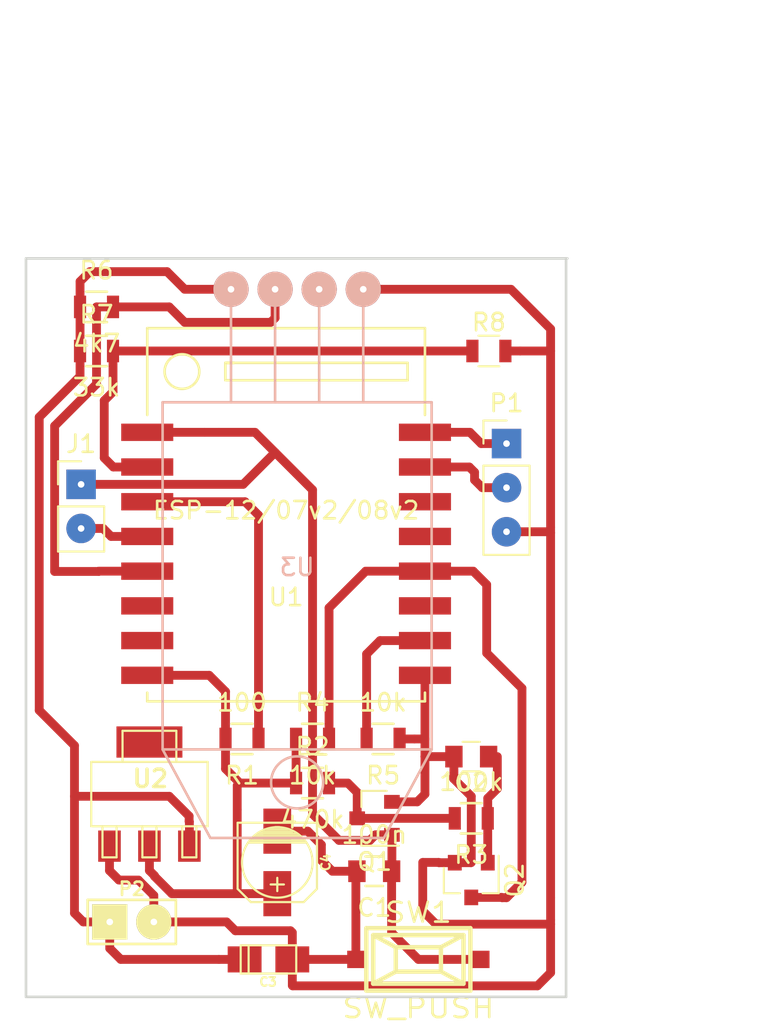
<source format=kicad_pcb>
(kicad_pcb (version 20171130) (host pcbnew no-vcs-found-bf44d39~61~ubuntu17.10.1)

  (general
    (thickness 1.6)
    (drawings 6)
    (tracks 173)
    (zones 0)
    (modules 21)
    (nets 20)
  )

  (page A4)
  (layers
    (0 F.Cu signal)
    (31 B.Cu signal)
    (32 B.Adhes user)
    (33 F.Adhes user)
    (34 B.Paste user)
    (35 F.Paste user)
    (36 B.SilkS user)
    (37 F.SilkS user)
    (38 B.Mask user)
    (39 F.Mask user)
    (40 Dwgs.User user)
    (41 Cmts.User user)
    (42 Eco1.User user)
    (43 Eco2.User user)
    (44 Edge.Cuts user)
    (45 Margin user)
    (46 B.CrtYd user)
    (47 F.CrtYd user)
    (48 B.Fab user)
    (49 F.Fab user)
  )

  (setup
    (last_trace_width 0.508)
    (user_trace_width 0.508)
    (user_trace_width 0.635)
    (user_trace_width 0.762)
    (trace_clearance 0.2)
    (zone_clearance 0.508)
    (zone_45_only no)
    (trace_min 0.2)
    (segment_width 0.2)
    (edge_width 0.15)
    (via_size 0.6)
    (via_drill 0.4)
    (via_min_size 0.4)
    (via_min_drill 0.3)
    (uvia_size 0.3)
    (uvia_drill 0.1)
    (uvias_allowed no)
    (uvia_min_size 0)
    (uvia_min_drill 0)
    (pcb_text_width 0.3)
    (pcb_text_size 1.5 1.5)
    (mod_edge_width 0.15)
    (mod_text_size 1 1)
    (mod_text_width 0.15)
    (pad_size 1.7 1.7)
    (pad_drill 0.381)
    (pad_to_mask_clearance 0.2)
    (aux_axis_origin 0 0)
    (grid_origin 134.874 101.092)
    (visible_elements 7FFFFFFF)
    (pcbplotparams
      (layerselection 0x00000_00000001)
      (usegerberextensions false)
      (usegerberattributes false)
      (usegerberadvancedattributes false)
      (creategerberjobfile false)
      (excludeedgelayer false)
      (linewidth 0.100000)
      (plotframeref false)
      (viasonmask false)
      (mode 1)
      (useauxorigin false)
      (hpglpennumber 1)
      (hpglpenspeed 20)
      (hpglpendiameter 15)
      (psnegative false)
      (psa4output false)
      (plotreference true)
      (plotvalue true)
      (plotinvisibletext false)
      (padsonsilk false)
      (subtractmaskfromsilk false)
      (outputformat 5)
      (mirror false)
      (drillshape 2)
      (scaleselection 1)
      (outputdirectory ""))
  )

  (net 0 "")
  (net 1 GND)
  (net 2 "Net-(C2-Pad1)")
  (net 3 "Net-(P1-Pad1)")
  (net 4 "Net-(P1-Pad2)")
  (net 5 "Net-(Q1-Pad3)")
  (net 6 "Net-(Q2-Pad3)")
  (net 7 "Net-(R1-Pad1)")
  (net 8 +3V3)
  (net 9 "Net-(R5-Pad2)")
  (net 10 "Net-(U1-Pad6)")
  (net 11 "Net-(U1-Pad7)")
  (net 12 "Net-(U1-Pad11)")
  (net 13 "Net-(U1-Pad13)")
  (net 14 "Net-(U1-Pad14)")
  (net 15 +5V)
  (net 16 /RESET)
  (net 17 /DHT)
  (net 18 "Net-(J1-Pad2)")
  (net 19 /ADC)

  (net_class Default "This is the default net class."
    (clearance 0.2)
    (trace_width 0.25)
    (via_dia 0.6)
    (via_drill 0.4)
    (uvia_dia 0.3)
    (uvia_drill 0.1)
    (add_net +3V3)
    (add_net +5V)
    (add_net /ADC)
    (add_net /DHT)
    (add_net /RESET)
    (add_net GND)
    (add_net "Net-(C2-Pad1)")
    (add_net "Net-(J1-Pad2)")
    (add_net "Net-(P1-Pad1)")
    (add_net "Net-(P1-Pad2)")
    (add_net "Net-(Q1-Pad3)")
    (add_net "Net-(Q2-Pad3)")
    (add_net "Net-(R1-Pad1)")
    (add_net "Net-(R5-Pad2)")
    (add_net "Net-(U1-Pad11)")
    (add_net "Net-(U1-Pad13)")
    (add_net "Net-(U1-Pad14)")
    (add_net "Net-(U1-Pad6)")
    (add_net "Net-(U1-Pad7)")
  )

  (module DHT22:ESP-07v2 (layer F.Cu) (tedit 5A5141A2) (tstamp 5A51A737)
    (at 121.92 76.2)
    (path /56AE0F19)
    (fp_text reference U1 (at 0 2.5) (layer F.SilkS)
      (effects (font (size 1 1) (thickness 0.15)))
    )
    (fp_text value ESP-12/07v2/08v2 (at 0 -2.5) (layer F.SilkS)
      (effects (font (size 1 1) (thickness 0.15)))
    )
    (fp_line (start -3.5 -11) (end 7 -11) (layer F.SilkS) (width 0.15))
    (fp_line (start 7 -11) (end 7 -10) (layer F.SilkS) (width 0.15))
    (fp_line (start 7 -10) (end -3.5 -10) (layer F.SilkS) (width 0.15))
    (fp_line (start -3.5 -10) (end -3.5 -11) (layer F.SilkS) (width 0.15))
    (fp_line (start -3.5 -11) (end -3 -11) (layer F.SilkS) (width 0.15))
    (fp_line (start -3 -11) (end -3.5 -11) (layer F.SilkS) (width 0.15))
    (fp_line (start -3.5 -11) (end -3 -11) (layer F.SilkS) (width 0.15))
    (fp_circle (center -6 -10.5) (end -6 -9.5) (layer F.SilkS) (width 0.15))
    (fp_line (start -8 -8) (end -8 -13) (layer F.SilkS) (width 0.15))
    (fp_line (start -8 -13) (end 8 -13) (layer F.SilkS) (width 0.15))
    (fp_line (start 8 -13) (end 8 -8) (layer F.SilkS) (width 0.15))
    (fp_line (start -8 8) (end -8 8.5) (layer F.SilkS) (width 0.15))
    (fp_line (start -8 8.5) (end 8 8.5) (layer F.SilkS) (width 0.15))
    (fp_line (start 8 8.5) (end 8 8) (layer F.SilkS) (width 0.15))
    (pad 1 smd rect (at -8 -7) (size 3 1) (layers F.Cu F.Paste F.Mask)
      (net 16 /RESET))
    (pad 2 smd rect (at -8 -5) (size 3 1) (layers F.Cu F.Paste F.Mask)
      (net 19 /ADC))
    (pad 3 smd rect (at -8 -3) (size 3 1) (layers F.Cu F.Paste F.Mask)
      (net 7 "Net-(R1-Pad1)"))
    (pad 4 smd rect (at -8 -1) (size 3 1) (layers F.Cu F.Paste F.Mask)
      (net 18 "Net-(J1-Pad2)"))
    (pad 5 smd rect (at -8 1) (size 3 1) (layers F.Cu F.Paste F.Mask)
      (net 17 /DHT))
    (pad 6 smd rect (at -8 3) (size 3 1) (layers F.Cu F.Paste F.Mask)
      (net 10 "Net-(U1-Pad6)"))
    (pad 7 smd rect (at -8 5) (size 3 1) (layers F.Cu F.Paste F.Mask)
      (net 11 "Net-(U1-Pad7)"))
    (pad 8 smd rect (at -8 7) (size 3 1) (layers F.Cu F.Paste F.Mask)
      (net 8 +3V3))
    (pad 9 smd rect (at 8 7) (size 3 1) (layers F.Cu F.Paste F.Mask)
      (net 1 GND))
    (pad 10 smd rect (at 8 5) (size 3 1) (layers F.Cu F.Paste F.Mask)
      (net 9 "Net-(R5-Pad2)"))
    (pad 11 smd rect (at 8 3) (size 3 1) (layers F.Cu F.Paste F.Mask)
      (net 12 "Net-(U1-Pad11)"))
    (pad 12 smd rect (at 8 1) (size 3 1) (layers F.Cu F.Paste F.Mask)
      (net 6 "Net-(Q2-Pad3)"))
    (pad 13 smd rect (at 8 -1) (size 3 1) (layers F.Cu F.Paste F.Mask)
      (net 13 "Net-(U1-Pad13)"))
    (pad 14 smd rect (at 8 -3) (size 3 1) (layers F.Cu F.Paste F.Mask)
      (net 14 "Net-(U1-Pad14)"))
    (pad 15 smd rect (at 8 -5) (size 3 1) (layers F.Cu F.Paste F.Mask)
      (net 4 "Net-(P1-Pad2)"))
    (pad 16 smd rect (at 8 -7) (size 3 1) (layers F.Cu F.Paste F.Mask)
      (net 3 "Net-(P1-Pad1)"))
    (model ${KIPRJMOD}/esp07.wrl
      (offset (xyz 0 2.1 0))
      (scale (xyz 0.4 0.395 0.4))
      (rotate (xyz 0 0 0))
    )
  )

  (module TO_SOT_Packages_SMD:SOT-23 (layer F.Cu) (tedit 58CE4E7E) (tstamp 5A519AC2)
    (at 132.588 94.996 270)
    (descr "SOT-23, Standard")
    (tags SOT-23)
    (path /56AE1B25)
    (attr smd)
    (fp_text reference Q2 (at 0 -2.5 270) (layer F.SilkS)
      (effects (font (size 1 1) (thickness 0.15)))
    )
    (fp_text value BSS138 (at 0 2.5 270) (layer F.Fab)
      (effects (font (size 1 1) (thickness 0.15)))
    )
    (fp_text user %R (at 0 0) (layer F.Fab)
      (effects (font (size 0.5 0.5) (thickness 0.075)))
    )
    (fp_line (start -0.7 -0.95) (end -0.7 1.5) (layer F.Fab) (width 0.1))
    (fp_line (start -0.15 -1.52) (end 0.7 -1.52) (layer F.Fab) (width 0.1))
    (fp_line (start -0.7 -0.95) (end -0.15 -1.52) (layer F.Fab) (width 0.1))
    (fp_line (start 0.7 -1.52) (end 0.7 1.52) (layer F.Fab) (width 0.1))
    (fp_line (start -0.7 1.52) (end 0.7 1.52) (layer F.Fab) (width 0.1))
    (fp_line (start 0.76 1.58) (end 0.76 0.65) (layer F.SilkS) (width 0.12))
    (fp_line (start 0.76 -1.58) (end 0.76 -0.65) (layer F.SilkS) (width 0.12))
    (fp_line (start -1.7 -1.75) (end 1.7 -1.75) (layer F.CrtYd) (width 0.05))
    (fp_line (start 1.7 -1.75) (end 1.7 1.75) (layer F.CrtYd) (width 0.05))
    (fp_line (start 1.7 1.75) (end -1.7 1.75) (layer F.CrtYd) (width 0.05))
    (fp_line (start -1.7 1.75) (end -1.7 -1.75) (layer F.CrtYd) (width 0.05))
    (fp_line (start 0.76 -1.58) (end -1.4 -1.58) (layer F.SilkS) (width 0.12))
    (fp_line (start 0.76 1.58) (end -0.7 1.58) (layer F.SilkS) (width 0.12))
    (pad 1 smd rect (at -1 -0.95 270) (size 0.9 0.8) (layers F.Cu F.Paste F.Mask)
      (net 2 "Net-(C2-Pad1)"))
    (pad 2 smd rect (at -1 0.95 270) (size 0.9 0.8) (layers F.Cu F.Paste F.Mask)
      (net 1 GND))
    (pad 3 smd rect (at 1 0 270) (size 0.9 0.8) (layers F.Cu F.Paste F.Mask)
      (net 6 "Net-(Q2-Pad3)"))
    (model ${KISYS3DMOD}/TO_SOT_Packages_SMD.3dshapes/SOT-23.wrl
      (at (xyz 0 0 0))
      (scale (xyz 1 1 1))
      (rotate (xyz 0 0 0))
    )
  )

  (module TO_SOT_Packages_SMD:SOT-23 (layer F.Cu) (tedit 58CE4E7E) (tstamp 5A519AAE)
    (at 127.016 91.44 180)
    (descr "SOT-23, Standard")
    (tags SOT-23)
    (path /56AE0FE9)
    (attr smd)
    (fp_text reference Q1 (at 0 -2.5 180) (layer F.SilkS)
      (effects (font (size 1 1) (thickness 0.15)))
    )
    (fp_text value BSS138 (at 0 2.5 180) (layer F.Fab)
      (effects (font (size 1 1) (thickness 0.15)))
    )
    (fp_line (start 0.76 1.58) (end -0.7 1.58) (layer F.SilkS) (width 0.12))
    (fp_line (start 0.76 -1.58) (end -1.4 -1.58) (layer F.SilkS) (width 0.12))
    (fp_line (start -1.7 1.75) (end -1.7 -1.75) (layer F.CrtYd) (width 0.05))
    (fp_line (start 1.7 1.75) (end -1.7 1.75) (layer F.CrtYd) (width 0.05))
    (fp_line (start 1.7 -1.75) (end 1.7 1.75) (layer F.CrtYd) (width 0.05))
    (fp_line (start -1.7 -1.75) (end 1.7 -1.75) (layer F.CrtYd) (width 0.05))
    (fp_line (start 0.76 -1.58) (end 0.76 -0.65) (layer F.SilkS) (width 0.12))
    (fp_line (start 0.76 1.58) (end 0.76 0.65) (layer F.SilkS) (width 0.12))
    (fp_line (start -0.7 1.52) (end 0.7 1.52) (layer F.Fab) (width 0.1))
    (fp_line (start 0.7 -1.52) (end 0.7 1.52) (layer F.Fab) (width 0.1))
    (fp_line (start -0.7 -0.95) (end -0.15 -1.52) (layer F.Fab) (width 0.1))
    (fp_line (start -0.15 -1.52) (end 0.7 -1.52) (layer F.Fab) (width 0.1))
    (fp_line (start -0.7 -0.95) (end -0.7 1.5) (layer F.Fab) (width 0.1))
    (fp_text user %R (at 0 0 270) (layer F.Fab)
      (effects (font (size 0.5 0.5) (thickness 0.075)))
    )
    (pad 3 smd rect (at 1 0 180) (size 0.9 0.8) (layers F.Cu F.Paste F.Mask)
      (net 5 "Net-(Q1-Pad3)"))
    (pad 2 smd rect (at -1 0.95 180) (size 0.9 0.8) (layers F.Cu F.Paste F.Mask)
      (net 1 GND))
    (pad 1 smd rect (at -1 -0.95 180) (size 0.9 0.8) (layers F.Cu F.Paste F.Mask)
      (net 16 /RESET))
    (model ${KISYS3DMOD}/TO_SOT_Packages_SMD.3dshapes/SOT-23.wrl
      (at (xyz 0 0 0))
      (scale (xyz 1 1 1))
      (rotate (xyz 0 0 0))
    )
  )

  (module Pin_Headers:Pin_Header_Straight_1x02_Pitch2.54mm (layer F.Cu) (tedit 5A512101) (tstamp 5A51822C)
    (at 110.109 72.1995)
    (descr "Through hole straight pin header, 1x02, 2.54mm pitch, single row")
    (tags "Through hole pin header THT 1x02 2.54mm single row")
    (path /5A525621)
    (fp_text reference J1 (at 0 -2.33) (layer F.SilkS)
      (effects (font (size 1 1) (thickness 0.15)))
    )
    (fp_text value Conn_01x02 (at 0 4.87) (layer F.Fab)
      (effects (font (size 1 1) (thickness 0.15)))
    )
    (fp_text user %R (at 0 1.27 90) (layer F.Fab)
      (effects (font (size 1 1) (thickness 0.15)))
    )
    (fp_line (start 1.8 -1.8) (end -1.8 -1.8) (layer F.CrtYd) (width 0.05))
    (fp_line (start 1.8 4.35) (end 1.8 -1.8) (layer F.CrtYd) (width 0.05))
    (fp_line (start -1.8 4.35) (end 1.8 4.35) (layer F.CrtYd) (width 0.05))
    (fp_line (start -1.8 -1.8) (end -1.8 4.35) (layer F.CrtYd) (width 0.05))
    (fp_line (start -1.33 -1.33) (end 0 -1.33) (layer F.SilkS) (width 0.12))
    (fp_line (start -1.33 0) (end -1.33 -1.33) (layer F.SilkS) (width 0.12))
    (fp_line (start -1.33 1.27) (end 1.33 1.27) (layer F.SilkS) (width 0.12))
    (fp_line (start 1.33 1.27) (end 1.33 3.87) (layer F.SilkS) (width 0.12))
    (fp_line (start -1.33 1.27) (end -1.33 3.87) (layer F.SilkS) (width 0.12))
    (fp_line (start -1.33 3.87) (end 1.33 3.87) (layer F.SilkS) (width 0.12))
    (fp_line (start -1.27 -0.635) (end -0.635 -1.27) (layer F.Fab) (width 0.1))
    (fp_line (start -1.27 3.81) (end -1.27 -0.635) (layer F.Fab) (width 0.1))
    (fp_line (start 1.27 3.81) (end -1.27 3.81) (layer F.Fab) (width 0.1))
    (fp_line (start 1.27 -1.27) (end 1.27 3.81) (layer F.Fab) (width 0.1))
    (fp_line (start -0.635 -1.27) (end 1.27 -1.27) (layer F.Fab) (width 0.1))
    (pad 2 thru_hole oval (at 0 2.54) (size 1.7 1.7) (drill 0.381) (layers *.Cu *.Mask)
      (net 18 "Net-(J1-Pad2)"))
    (pad 1 thru_hole rect (at 0 0) (size 1.7 1.7) (drill 0.381) (layers *.Cu *.Mask)
      (net 16 /RESET))
    (model ${KISYS3DMOD}/Pin_Headers.3dshapes/Pin_Header_Straight_1x02_Pitch2.54mm.wrl
      (at (xyz 0 0 0))
      (scale (xyz 1 1 1))
      (rotate (xyz 0 0 0))
    )
  )

  (module Pin_Headers:Pin_Header_Straight_1x03_Pitch2.54mm (layer F.Cu) (tedit 5A5120E1) (tstamp 5A517C09)
    (at 134.62 69.85)
    (descr "Through hole straight pin header, 1x03, 2.54mm pitch, single row")
    (tags "Through hole pin header THT 1x03 2.54mm single row")
    (path /56AE3E9D)
    (fp_text reference P1 (at 0 -2.33) (layer F.SilkS)
      (effects (font (size 1 1) (thickness 0.15)))
    )
    (fp_text value CONN_01X03 (at 0 7.41) (layer F.Fab)
      (effects (font (size 1 1) (thickness 0.15)))
    )
    (fp_text user %R (at 0 2.54 90) (layer F.Fab)
      (effects (font (size 1 1) (thickness 0.15)))
    )
    (fp_line (start 1.8 -1.8) (end -1.8 -1.8) (layer F.CrtYd) (width 0.05))
    (fp_line (start 1.8 6.85) (end 1.8 -1.8) (layer F.CrtYd) (width 0.05))
    (fp_line (start -1.8 6.85) (end 1.8 6.85) (layer F.CrtYd) (width 0.05))
    (fp_line (start -1.8 -1.8) (end -1.8 6.85) (layer F.CrtYd) (width 0.05))
    (fp_line (start -1.33 -1.33) (end 0 -1.33) (layer F.SilkS) (width 0.12))
    (fp_line (start -1.33 0) (end -1.33 -1.33) (layer F.SilkS) (width 0.12))
    (fp_line (start -1.33 1.27) (end 1.33 1.27) (layer F.SilkS) (width 0.12))
    (fp_line (start 1.33 1.27) (end 1.33 6.41) (layer F.SilkS) (width 0.12))
    (fp_line (start -1.33 1.27) (end -1.33 6.41) (layer F.SilkS) (width 0.12))
    (fp_line (start -1.33 6.41) (end 1.33 6.41) (layer F.SilkS) (width 0.12))
    (fp_line (start -1.27 -0.635) (end -0.635 -1.27) (layer F.Fab) (width 0.1))
    (fp_line (start -1.27 6.35) (end -1.27 -0.635) (layer F.Fab) (width 0.1))
    (fp_line (start 1.27 6.35) (end -1.27 6.35) (layer F.Fab) (width 0.1))
    (fp_line (start 1.27 -1.27) (end 1.27 6.35) (layer F.Fab) (width 0.1))
    (fp_line (start -0.635 -1.27) (end 1.27 -1.27) (layer F.Fab) (width 0.1))
    (pad 3 thru_hole oval (at 0 5.08) (size 1.7 1.7) (drill 0.381) (layers *.Cu *.Mask)
      (net 1 GND))
    (pad 2 thru_hole oval (at 0 2.54) (size 1.7 1.7) (drill 0.381) (layers *.Cu *.Mask)
      (net 4 "Net-(P1-Pad2)"))
    (pad 1 thru_hole rect (at 0 0) (size 1.7 1.7) (drill 0.381) (layers *.Cu *.Mask)
      (net 3 "Net-(P1-Pad1)"))
    (model ${KISYS3DMOD}/Pin_Headers.3dshapes/Pin_Header_Straight_1x03_Pitch2.54mm.wrl
      (at (xyz 0 0 0))
      (scale (xyz 1 1 1))
      (rotate (xyz 0 0 0))
    )
  )

  (module Resistors_SMD:R_0805 (layer F.Cu) (tedit 58E0A804) (tstamp 5A51849B)
    (at 133.604 64.516)
    (descr "Resistor SMD 0805, reflow soldering, Vishay (see dcrcw.pdf)")
    (tags "resistor 0805")
    (path /5A516360)
    (attr smd)
    (fp_text reference R8 (at 0 -1.65) (layer F.SilkS)
      (effects (font (size 1 1) (thickness 0.15)))
    )
    (fp_text value 10k (at 0 1.75) (layer F.Fab)
      (effects (font (size 1 1) (thickness 0.15)))
    )
    (fp_line (start 1.55 0.9) (end -1.55 0.9) (layer F.CrtYd) (width 0.05))
    (fp_line (start 1.55 0.9) (end 1.55 -0.9) (layer F.CrtYd) (width 0.05))
    (fp_line (start -1.55 -0.9) (end -1.55 0.9) (layer F.CrtYd) (width 0.05))
    (fp_line (start -1.55 -0.9) (end 1.55 -0.9) (layer F.CrtYd) (width 0.05))
    (fp_line (start -0.6 -0.88) (end 0.6 -0.88) (layer F.SilkS) (width 0.12))
    (fp_line (start 0.6 0.88) (end -0.6 0.88) (layer F.SilkS) (width 0.12))
    (fp_line (start -1 -0.62) (end 1 -0.62) (layer F.Fab) (width 0.1))
    (fp_line (start 1 -0.62) (end 1 0.62) (layer F.Fab) (width 0.1))
    (fp_line (start 1 0.62) (end -1 0.62) (layer F.Fab) (width 0.1))
    (fp_line (start -1 0.62) (end -1 -0.62) (layer F.Fab) (width 0.1))
    (fp_text user %R (at 0 0) (layer F.Fab)
      (effects (font (size 0.5 0.5) (thickness 0.075)))
    )
    (pad 2 smd rect (at 0.95 0) (size 0.7 1.3) (layers F.Cu F.Paste F.Mask)
      (net 1 GND))
    (pad 1 smd rect (at -0.95 0) (size 0.7 1.3) (layers F.Cu F.Paste F.Mask)
      (net 19 /ADC))
    (model ${KISYS3DMOD}/Resistors_SMD.3dshapes/R_0805.wrl
      (at (xyz 0 0 0))
      (scale (xyz 1 1 1))
      (rotate (xyz 0 0 0))
    )
  )

  (module Capacitors_SMD:C_0805 (layer F.Cu) (tedit 58AA8463) (tstamp 5A5120D9)
    (at 132.588 87.884 180)
    (descr "Capacitor SMD 0805, reflow soldering, AVX (see smccp.pdf)")
    (tags "capacitor 0805")
    (path /56AE1AAE)
    (attr smd)
    (fp_text reference C2 (at 0 -1.5 180) (layer F.SilkS)
      (effects (font (size 1 1) (thickness 0.15)))
    )
    (fp_text value 2u2 (at 0 1.75 180) (layer F.Fab)
      (effects (font (size 1 1) (thickness 0.15)))
    )
    (fp_line (start 1.75 0.87) (end -1.75 0.87) (layer F.CrtYd) (width 0.05))
    (fp_line (start 1.75 0.87) (end 1.75 -0.88) (layer F.CrtYd) (width 0.05))
    (fp_line (start -1.75 -0.88) (end -1.75 0.87) (layer F.CrtYd) (width 0.05))
    (fp_line (start -1.75 -0.88) (end 1.75 -0.88) (layer F.CrtYd) (width 0.05))
    (fp_line (start -0.5 0.85) (end 0.5 0.85) (layer F.SilkS) (width 0.12))
    (fp_line (start 0.5 -0.85) (end -0.5 -0.85) (layer F.SilkS) (width 0.12))
    (fp_line (start -1 -0.62) (end 1 -0.62) (layer F.Fab) (width 0.1))
    (fp_line (start 1 -0.62) (end 1 0.62) (layer F.Fab) (width 0.1))
    (fp_line (start 1 0.62) (end -1 0.62) (layer F.Fab) (width 0.1))
    (fp_line (start -1 0.62) (end -1 -0.62) (layer F.Fab) (width 0.1))
    (fp_text user %R (at 0 -1.5 180) (layer F.Fab)
      (effects (font (size 1 1) (thickness 0.15)))
    )
    (pad 2 smd rect (at 1 0 180) (size 1 1.25) (layers F.Cu F.Paste F.Mask)
      (net 1 GND))
    (pad 1 smd rect (at -1 0 180) (size 1 1.25) (layers F.Cu F.Paste F.Mask)
      (net 2 "Net-(C2-Pad1)"))
    (model Capacitors_SMD.3dshapes/C_0805.wrl
      (at (xyz 0 0 0))
      (scale (xyz 1 1 1))
      (rotate (xyz 0 0 0))
    )
  )

  (module w_smd_cap:c_elec_4x4.5 (layer F.Cu) (tedit 49F5A3C5) (tstamp 56B329DC)
    (at 121.412 93.98 270)
    (descr "SMT capacitor, aluminium electrolytic, 4x4.5")
    (path /56AE256E)
    (fp_text reference C4 (at 0 -2.794 270) (layer F.SilkS)
      (effects (font (size 0.50038 0.50038) (thickness 0.11938)))
    )
    (fp_text value 22u (at 0 2.794 270) (layer F.SilkS) hide
      (effects (font (size 0.50038 0.50038) (thickness 0.11938)))
    )
    (fp_line (start 1.651 0) (end 0.889 0) (layer F.SilkS) (width 0.127))
    (fp_line (start 1.27 -0.381) (end 1.27 0.381) (layer F.SilkS) (width 0.127))
    (fp_line (start 1.524 2.286) (end -2.286 2.286) (layer F.SilkS) (width 0.127))
    (fp_line (start 2.286 -1.524) (end 2.286 1.524) (layer F.SilkS) (width 0.127))
    (fp_line (start 1.524 2.286) (end 2.286 1.524) (layer F.SilkS) (width 0.127))
    (fp_line (start 1.524 -2.286) (end -2.286 -2.286) (layer F.SilkS) (width 0.127))
    (fp_line (start 1.524 -2.286) (end 2.286 -1.524) (layer F.SilkS) (width 0.127))
    (fp_line (start -2.032 0.127) (end -2.032 -0.127) (layer F.SilkS) (width 0.127))
    (fp_line (start -1.905 -0.635) (end -1.905 0.635) (layer F.SilkS) (width 0.127))
    (fp_line (start -1.778 0.889) (end -1.778 -0.889) (layer F.SilkS) (width 0.127))
    (fp_line (start -1.651 1.143) (end -1.651 -1.143) (layer F.SilkS) (width 0.127))
    (fp_line (start -1.524 -1.27) (end -1.524 1.27) (layer F.SilkS) (width 0.127))
    (fp_line (start -1.397 1.397) (end -1.397 -1.397) (layer F.SilkS) (width 0.127))
    (fp_line (start -1.27 -1.524) (end -1.27 1.524) (layer F.SilkS) (width 0.127))
    (fp_line (start -1.143 -1.651) (end -1.143 1.651) (layer F.SilkS) (width 0.127))
    (fp_circle (center 0 0) (end -2.032 0) (layer F.SilkS) (width 0.127))
    (fp_line (start -2.286 -2.286) (end -2.286 2.286) (layer F.SilkS) (width 0.127))
    (pad 1 smd rect (at 1.80086 0 270) (size 2.60096 1.6002) (layers F.Cu F.Paste F.Mask)
      (net 8 +3V3))
    (pad 2 smd rect (at -1.80086 0 270) (size 2.60096 1.6002) (layers F.Cu F.Paste F.Mask)
      (net 1 GND))
    (model walter/smd_cap/c_elec_4x4_5.wrl
      (at (xyz 0 0 0))
      (scale (xyz 1 1 1))
      (rotate (xyz 0 0 0))
    )
  )

  (module Capacitors_SMD:C_0805 (layer F.Cu) (tedit 5415D6EA) (tstamp 56B201C5)
    (at 127 94.488 180)
    (descr "Capacitor SMD 0805, reflow soldering, AVX (see smccp.pdf)")
    (tags "capacitor 0805")
    (path /56AE1416)
    (attr smd)
    (fp_text reference C1 (at 0 -2.1 180) (layer F.SilkS)
      (effects (font (size 1 1) (thickness 0.15)))
    )
    (fp_text value 100n (at 0 2.1 180) (layer F.SilkS)
      (effects (font (size 1 1) (thickness 0.15)))
    )
    (fp_line (start -1.8 -1) (end 1.8 -1) (layer F.CrtYd) (width 0.05))
    (fp_line (start -1.8 1) (end 1.8 1) (layer F.CrtYd) (width 0.05))
    (fp_line (start -1.8 -1) (end -1.8 1) (layer F.CrtYd) (width 0.05))
    (fp_line (start 1.8 -1) (end 1.8 1) (layer F.CrtYd) (width 0.05))
    (fp_line (start 0.5 -0.85) (end -0.5 -0.85) (layer F.SilkS) (width 0.15))
    (fp_line (start -0.5 0.85) (end 0.5 0.85) (layer F.SilkS) (width 0.15))
    (pad 1 smd rect (at -1 0 180) (size 1 1.25) (layers F.Cu F.Paste F.Mask)
      (net 16 /RESET))
    (pad 2 smd rect (at 1 0 180) (size 1 1.25) (layers F.Cu F.Paste F.Mask)
      (net 1 GND))
    (model Capacitors_SMD.3dshapes/C_0805.wrl
      (at (xyz 0 0 0))
      (scale (xyz 1 1 1))
      (rotate (xyz 0 0 0))
    )
  )

  (module Resistors_SMD:R_0805 (layer F.Cu) (tedit 5415CDEB) (tstamp 56B20203)
    (at 119.38 86.868 180)
    (descr "Resistor SMD 0805, reflow soldering, Vishay (see dcrcw.pdf)")
    (tags "resistor 0805")
    (path /56AE45E5)
    (attr smd)
    (fp_text reference R1 (at 0 -2.1 180) (layer F.SilkS)
      (effects (font (size 1 1) (thickness 0.15)))
    )
    (fp_text value 100 (at 0 2.1 180) (layer F.SilkS)
      (effects (font (size 1 1) (thickness 0.15)))
    )
    (fp_line (start -1.6 -1) (end 1.6 -1) (layer F.CrtYd) (width 0.05))
    (fp_line (start -1.6 1) (end 1.6 1) (layer F.CrtYd) (width 0.05))
    (fp_line (start -1.6 -1) (end -1.6 1) (layer F.CrtYd) (width 0.05))
    (fp_line (start 1.6 -1) (end 1.6 1) (layer F.CrtYd) (width 0.05))
    (fp_line (start 0.6 0.875) (end -0.6 0.875) (layer F.SilkS) (width 0.15))
    (fp_line (start -0.6 -0.875) (end 0.6 -0.875) (layer F.SilkS) (width 0.15))
    (pad 1 smd rect (at -0.95 0 180) (size 0.7 1.3) (layers F.Cu F.Paste F.Mask)
      (net 7 "Net-(R1-Pad1)"))
    (pad 2 smd rect (at 0.95 0 180) (size 0.7 1.3) (layers F.Cu F.Paste F.Mask)
      (net 8 +3V3))
    (model ${KISYS3DMOD}/Resistors_SMD.3dshapes/R_0805.wrl
      (at (xyz 0 0 0))
      (scale (xyz 1 1 1))
      (rotate (xyz 0 0 0))
    )
  )

  (module Resistors_SMD:R_0805 (layer F.Cu) (tedit 5415CDEB) (tstamp 56B2020F)
    (at 123.444 89.408)
    (descr "Resistor SMD 0805, reflow soldering, Vishay (see dcrcw.pdf)")
    (tags "resistor 0805")
    (path /56AE104C)
    (attr smd)
    (fp_text reference R2 (at 0 -2.1) (layer F.SilkS)
      (effects (font (size 1 1) (thickness 0.15)))
    )
    (fp_text value 470k (at 0 2.1) (layer F.SilkS)
      (effects (font (size 1 1) (thickness 0.15)))
    )
    (fp_line (start -1.6 -1) (end 1.6 -1) (layer F.CrtYd) (width 0.05))
    (fp_line (start -1.6 1) (end 1.6 1) (layer F.CrtYd) (width 0.05))
    (fp_line (start -1.6 -1) (end -1.6 1) (layer F.CrtYd) (width 0.05))
    (fp_line (start 1.6 -1) (end 1.6 1) (layer F.CrtYd) (width 0.05))
    (fp_line (start 0.6 0.875) (end -0.6 0.875) (layer F.SilkS) (width 0.15))
    (fp_line (start -0.6 -0.875) (end 0.6 -0.875) (layer F.SilkS) (width 0.15))
    (pad 1 smd rect (at -0.95 0) (size 0.7 1.3) (layers F.Cu F.Paste F.Mask)
      (net 8 +3V3))
    (pad 2 smd rect (at 0.95 0) (size 0.7 1.3) (layers F.Cu F.Paste F.Mask)
      (net 5 "Net-(Q1-Pad3)"))
    (model ${KISYS3DMOD}/Resistors_SMD.3dshapes/R_0805.wrl
      (at (xyz 0 0 0))
      (scale (xyz 1 1 1))
      (rotate (xyz 0 0 0))
    )
  )

  (module Resistors_SMD:R_0805 (layer F.Cu) (tedit 5415CDEB) (tstamp 56B2021B)
    (at 132.588 91.44 180)
    (descr "Resistor SMD 0805, reflow soldering, Vishay (see dcrcw.pdf)")
    (tags "resistor 0805")
    (path /56AE1A5F)
    (attr smd)
    (fp_text reference R3 (at 0 -2.1 180) (layer F.SilkS)
      (effects (font (size 1 1) (thickness 0.15)))
    )
    (fp_text value 100k (at 0 2.1 180) (layer F.SilkS)
      (effects (font (size 1 1) (thickness 0.15)))
    )
    (fp_line (start -1.6 -1) (end 1.6 -1) (layer F.CrtYd) (width 0.05))
    (fp_line (start -1.6 1) (end 1.6 1) (layer F.CrtYd) (width 0.05))
    (fp_line (start -1.6 -1) (end -1.6 1) (layer F.CrtYd) (width 0.05))
    (fp_line (start 1.6 -1) (end 1.6 1) (layer F.CrtYd) (width 0.05))
    (fp_line (start 0.6 0.875) (end -0.6 0.875) (layer F.SilkS) (width 0.15))
    (fp_line (start -0.6 -0.875) (end 0.6 -0.875) (layer F.SilkS) (width 0.15))
    (pad 1 smd rect (at -0.95 0 180) (size 0.7 1.3) (layers F.Cu F.Paste F.Mask)
      (net 2 "Net-(C2-Pad1)"))
    (pad 2 smd rect (at 0.95 0 180) (size 0.7 1.3) (layers F.Cu F.Paste F.Mask)
      (net 5 "Net-(Q1-Pad3)"))
    (model ${KISYS3DMOD}/Resistors_SMD.3dshapes/R_0805.wrl
      (at (xyz 0 0 0))
      (scale (xyz 1 1 1))
      (rotate (xyz 0 0 0))
    )
  )

  (module Resistors_SMD:R_0805 (layer F.Cu) (tedit 5415CDEB) (tstamp 56B20227)
    (at 123.444 86.868)
    (descr "Resistor SMD 0805, reflow soldering, Vishay (see dcrcw.pdf)")
    (tags "resistor 0805")
    (path /56AE1DA6)
    (attr smd)
    (fp_text reference R4 (at 0 -2.1) (layer F.SilkS)
      (effects (font (size 1 1) (thickness 0.15)))
    )
    (fp_text value 10k (at 0 2.1) (layer F.SilkS)
      (effects (font (size 1 1) (thickness 0.15)))
    )
    (fp_line (start -1.6 -1) (end 1.6 -1) (layer F.CrtYd) (width 0.05))
    (fp_line (start -1.6 1) (end 1.6 1) (layer F.CrtYd) (width 0.05))
    (fp_line (start -1.6 -1) (end -1.6 1) (layer F.CrtYd) (width 0.05))
    (fp_line (start 1.6 -1) (end 1.6 1) (layer F.CrtYd) (width 0.05))
    (fp_line (start 0.6 0.875) (end -0.6 0.875) (layer F.SilkS) (width 0.15))
    (fp_line (start -0.6 -0.875) (end 0.6 -0.875) (layer F.SilkS) (width 0.15))
    (pad 1 smd rect (at -0.95 0) (size 0.7 1.3) (layers F.Cu F.Paste F.Mask)
      (net 8 +3V3))
    (pad 2 smd rect (at 0.95 0) (size 0.7 1.3) (layers F.Cu F.Paste F.Mask)
      (net 6 "Net-(Q2-Pad3)"))
    (model ${KISYS3DMOD}/Resistors_SMD.3dshapes/R_0805.wrl
      (at (xyz 0 0 0))
      (scale (xyz 1 1 1))
      (rotate (xyz 0 0 0))
    )
  )

  (module Resistors_SMD:R_0805 (layer F.Cu) (tedit 5415CDEB) (tstamp 56B20233)
    (at 127.508 86.868 180)
    (descr "Resistor SMD 0805, reflow soldering, Vishay (see dcrcw.pdf)")
    (tags "resistor 0805")
    (path /56AE4987)
    (attr smd)
    (fp_text reference R5 (at 0 -2.1 180) (layer F.SilkS)
      (effects (font (size 1 1) (thickness 0.15)))
    )
    (fp_text value 10k (at 0 2.1 180) (layer F.SilkS)
      (effects (font (size 1 1) (thickness 0.15)))
    )
    (fp_line (start -1.6 -1) (end 1.6 -1) (layer F.CrtYd) (width 0.05))
    (fp_line (start -1.6 1) (end 1.6 1) (layer F.CrtYd) (width 0.05))
    (fp_line (start -1.6 -1) (end -1.6 1) (layer F.CrtYd) (width 0.05))
    (fp_line (start 1.6 -1) (end 1.6 1) (layer F.CrtYd) (width 0.05))
    (fp_line (start 0.6 0.875) (end -0.6 0.875) (layer F.SilkS) (width 0.15))
    (fp_line (start -0.6 -0.875) (end 0.6 -0.875) (layer F.SilkS) (width 0.15))
    (pad 1 smd rect (at -0.95 0 180) (size 0.7 1.3) (layers F.Cu F.Paste F.Mask)
      (net 1 GND))
    (pad 2 smd rect (at 0.95 0 180) (size 0.7 1.3) (layers F.Cu F.Paste F.Mask)
      (net 9 "Net-(R5-Pad2)"))
    (model ${KISYS3DMOD}/Resistors_SMD.3dshapes/R_0805.wrl
      (at (xyz 0 0 0))
      (scale (xyz 1 1 1))
      (rotate (xyz 0 0 0))
    )
  )

  (module w_smd_trans:sot223 (layer F.Cu) (tedit 49047669) (tstamp 56B2026D)
    (at 114.046 90.043)
    (descr SOT223)
    (path /56AE10F3)
    (fp_text reference U2 (at 0.0508 -0.889) (layer F.SilkS)
      (effects (font (size 1.00076 1.00076) (thickness 0.20066)))
    )
    (fp_text value LD1117S33TR (at 0 1.0414) (layer F.SilkS) hide
      (effects (font (size 1.00076 1.00076) (thickness 0.20066)))
    )
    (fp_line (start 3.3528 -1.8542) (end 3.3528 1.8542) (layer F.SilkS) (width 0.127))
    (fp_line (start -3.3528 -1.8542) (end 3.3528 -1.8542) (layer F.SilkS) (width 0.127))
    (fp_line (start -3.3528 1.8542) (end -3.3528 -1.8542) (layer F.SilkS) (width 0.127))
    (fp_line (start 3.3528 1.8542) (end -3.3528 1.8542) (layer F.SilkS) (width 0.127))
    (fp_line (start -2.7051 3.6449) (end -2.7051 1.8542) (layer F.SilkS) (width 0.127))
    (fp_line (start -1.8923 3.6449) (end -1.8923 1.8542) (layer F.SilkS) (width 0.127))
    (fp_line (start -2.7051 3.6449) (end -1.8923 3.6449) (layer F.SilkS) (width 0.127))
    (fp_line (start -0.4064 3.6449) (end 0.4064 3.6449) (layer F.SilkS) (width 0.127))
    (fp_line (start 0.4064 3.6449) (end 0.4064 1.8542) (layer F.SilkS) (width 0.127))
    (fp_line (start -0.4064 3.6449) (end -0.4064 1.8542) (layer F.SilkS) (width 0.127))
    (fp_line (start 1.8923 3.6449) (end 1.8923 1.8542) (layer F.SilkS) (width 0.127))
    (fp_line (start 2.7051 3.6449) (end 2.7051 1.8542) (layer F.SilkS) (width 0.127))
    (fp_line (start 1.8923 3.6449) (end 2.7051 3.6449) (layer F.SilkS) (width 0.127))
    (fp_line (start -1.5494 -3.6449) (end -1.5494 -1.8542) (layer F.SilkS) (width 0.127))
    (fp_line (start 1.5494 -3.6449) (end 1.5494 -1.8542) (layer F.SilkS) (width 0.127))
    (fp_line (start -1.5494 -3.6449) (end 1.5494 -3.6449) (layer F.SilkS) (width 0.127))
    (pad 4 smd rect (at 0 -2.99974) (size 3.79984 1.80086) (layers F.Cu F.Paste F.Mask))
    (pad 3 smd rect (at 2.30124 2.99974) (size 1.30048 1.80086) (layers F.Cu F.Paste F.Mask)
      (net 15 +5V))
    (pad 2 smd rect (at 0 2.99974) (size 1.30048 1.80086) (layers F.Cu F.Paste F.Mask)
      (net 8 +3V3))
    (pad 1 smd rect (at -2.30124 2.99974) (size 1.30048 1.80086) (layers F.Cu F.Paste F.Mask)
      (net 1 GND))
    (model walter/smd_trans/sot223.wrl
      (at (xyz 0 0 0))
      (scale (xyz 1 1 1))
      (rotate (xyz 0 0 0))
    )
  )

  (module w_switch:smd_push (layer F.Cu) (tedit 5093D597) (tstamp 56B31A8F)
    (at 129.54 99.568)
    (descr "SMD Pushbutton")
    (path /56AE10BA)
    (autoplace_cost180 10)
    (fp_text reference SW1 (at 0 -2.70002) (layer F.SilkS)
      (effects (font (size 1.143 1.27) (thickness 0.1524)))
    )
    (fp_text value SW_PUSH (at 0 2.79908) (layer F.SilkS)
      (effects (font (size 1.143 1.27) (thickness 0.1524)))
    )
    (fp_line (start 1.30048 -0.70104) (end 2.60096 -1.39954) (layer F.SilkS) (width 0.254))
    (fp_line (start 1.30048 0.70104) (end 2.60096 1.39954) (layer F.SilkS) (width 0.254))
    (fp_line (start -1.30048 0.70104) (end -2.60096 1.39954) (layer F.SilkS) (width 0.254))
    (fp_line (start -2.60096 -1.39954) (end -1.30048 -0.70104) (layer F.SilkS) (width 0.254))
    (fp_line (start -2.60096 -1.39954) (end 2.60096 -1.39954) (layer F.SilkS) (width 0.254))
    (fp_line (start 2.60096 -1.39954) (end 2.60096 1.39954) (layer F.SilkS) (width 0.254))
    (fp_line (start 2.60096 1.39954) (end -2.60096 1.39954) (layer F.SilkS) (width 0.254))
    (fp_line (start -2.60096 1.39954) (end -2.60096 -1.39954) (layer F.SilkS) (width 0.254))
    (fp_line (start -1.30048 -0.70104) (end 1.30048 -0.70104) (layer F.SilkS) (width 0.254))
    (fp_line (start 1.30048 -0.70104) (end 1.30048 0.70104) (layer F.SilkS) (width 0.254))
    (fp_line (start 1.30048 0.70104) (end -1.30048 0.70104) (layer F.SilkS) (width 0.254))
    (fp_line (start -1.30048 0.70104) (end -1.30048 -0.70104) (layer F.SilkS) (width 0.254))
    (fp_line (start -2.99974 -1.80086) (end 2.99974 -1.80086) (layer F.SilkS) (width 0.254))
    (fp_line (start 2.99974 -1.80086) (end 2.99974 1.80086) (layer F.SilkS) (width 0.254))
    (fp_line (start 2.99974 1.80086) (end -2.99974 1.80086) (layer F.SilkS) (width 0.254))
    (fp_line (start -2.99974 1.80086) (end -2.99974 -1.80086) (layer F.SilkS) (width 0.254))
    (pad 1 smd rect (at -3.59918 0) (size 1.00076 1.00076) (layers F.Cu F.Paste F.Mask)
      (net 1 GND))
    (pad 2 smd rect (at 3.59918 0) (size 1.00076 1.00076) (layers F.Cu F.Paste F.Mask)
      (net 16 /RESET))
    (model walter/switch/smd_push.wrl
      (at (xyz 0 0 0))
      (scale (xyz 1 1 1))
      (rotate (xyz 0 0 0))
    )
  )

  (module w_smd_cap:c_tant_A (layer F.Cu) (tedit 4D5D91D2) (tstamp 56B325D3)
    (at 120.904 99.568 180)
    (descr "SMT capacitor, tantalum size A")
    (path /56AE2514)
    (fp_text reference C3 (at 0.0254 -1.2954 180) (layer F.SilkS)
      (effects (font (size 0.50038 0.50038) (thickness 0.11938)))
    )
    (fp_text value 4u7 (at 0 1.27 180) (layer F.SilkS) hide
      (effects (font (size 0.50038 0.50038) (thickness 0.11938)))
    )
    (fp_line (start 1.143 0.8128) (end 1.143 -0.8128) (layer F.SilkS) (width 0.127))
    (fp_line (start -1.6002 -0.8128) (end -1.6002 0.8128) (layer F.SilkS) (width 0.127))
    (fp_line (start -1.6002 0.8128) (end 1.6002 0.8128) (layer F.SilkS) (width 0.127))
    (fp_line (start 1.6002 0.8128) (end 1.6002 -0.8128) (layer F.SilkS) (width 0.127))
    (fp_line (start 1.6002 -0.8128) (end -1.6002 -0.8128) (layer F.SilkS) (width 0.127))
    (pad 1 smd rect (at 1.37414 0 180) (size 1.95072 1.50114) (layers F.Cu F.Paste F.Mask)
      (net 15 +5V))
    (pad 2 smd rect (at -1.37414 0 180) (size 1.95072 1.50114) (layers F.Cu F.Paste F.Mask)
      (net 1 GND))
    (model walter/smd_cap/c_tant_A.wrl
      (at (xyz 0 0 0))
      (scale (xyz 1 1 1))
      (rotate (xyz 0 0 0))
    )
  )

  (module Pin_Arrays:pin_array_1x02 (layer F.Cu) (tedit 56AE579A) (tstamp 56B38914)
    (at 113.03 97.409)
    (descr "Connecteurs 2 pins")
    (tags "CONN DEV")
    (path /56AE68CA)
    (fp_text reference P2 (at 0 -1.905) (layer F.SilkS)
      (effects (font (size 0.762 0.762) (thickness 0.1524)))
    )
    (fp_text value CONN_01X02 (at 0 -1.905) (layer F.SilkS) hide
      (effects (font (size 0.762 0.762) (thickness 0.1524)))
    )
    (fp_line (start -2.54 1.27) (end -2.54 -1.27) (layer F.SilkS) (width 0.1524))
    (fp_line (start -2.54 -1.27) (end 2.54 -1.27) (layer F.SilkS) (width 0.1524))
    (fp_line (start 2.54 -1.27) (end 2.54 1.27) (layer F.SilkS) (width 0.1524))
    (fp_line (start 2.54 1.27) (end -2.54 1.27) (layer F.SilkS) (width 0.1524))
    (pad 1 thru_hole rect (at -1.27 0) (size 2.032 2.032) (drill 0.381) (layers *.Cu *.Mask F.SilkS)
      (net 15 +5V))
    (pad 2 thru_hole circle (at 1.27 0) (size 2.032 2.032) (drill 0.381) (layers *.Cu *.Mask F.SilkS)
      (net 1 GND))
    (model pin_array/pins_array_2x1.wrl
      (at (xyz 0 0 0))
      (scale (xyz 1 1 1))
      (rotate (xyz 0 0 0))
    )
  )

  (module Resistors_SMD:R_0805 (layer F.Cu) (tedit 5415CDEB) (tstamp 56B27C38)
    (at 110.998 61.976)
    (descr "Resistor SMD 0805, reflow soldering, Vishay (see dcrcw.pdf)")
    (tags "resistor 0805")
    (path /56AE7852)
    (attr smd)
    (fp_text reference R6 (at 0 -2.1) (layer F.SilkS)
      (effects (font (size 1 1) (thickness 0.15)))
    )
    (fp_text value 4k7 (at 0 2.1) (layer F.SilkS)
      (effects (font (size 1 1) (thickness 0.15)))
    )
    (fp_line (start -1.6 -1) (end 1.6 -1) (layer F.CrtYd) (width 0.05))
    (fp_line (start -1.6 1) (end 1.6 1) (layer F.CrtYd) (width 0.05))
    (fp_line (start -1.6 -1) (end -1.6 1) (layer F.CrtYd) (width 0.05))
    (fp_line (start 1.6 -1) (end 1.6 1) (layer F.CrtYd) (width 0.05))
    (fp_line (start 0.6 0.875) (end -0.6 0.875) (layer F.SilkS) (width 0.15))
    (fp_line (start -0.6 -0.875) (end 0.6 -0.875) (layer F.SilkS) (width 0.15))
    (pad 1 smd rect (at -0.95 0) (size 0.7 1.3) (layers F.Cu F.Paste F.Mask)
      (net 15 +5V))
    (pad 2 smd rect (at 0.95 0) (size 0.7 1.3) (layers F.Cu F.Paste F.Mask)
      (net 17 /DHT))
    (model ${KISYS3DMOD}/Resistors_SMD.3dshapes/R_0805.wrl
      (at (xyz 0 0 0))
      (scale (xyz 1 1 1))
      (rotate (xyz 0 0 0))
    )
  )

  (module DHT22:DHT22 (layer B.Cu) (tedit 5A5120BD) (tstamp 56B27C4C)
    (at 122.555 77.47)
    (tags DHT)
    (path /56AE7338)
    (fp_text reference U3 (at 0 -0.5) (layer B.SilkS)
      (effects (font (size 1 1) (thickness 0.15)) (justify mirror))
    )
    (fp_text value DHT11 (at 0 0.5) (layer B.Fab)
      (effects (font (size 1 1) (thickness 0.15)) (justify mirror))
    )
    (fp_line (start 7.75 -10) (end -7.75 -10) (layer B.SilkS) (width 0.15))
    (fp_line (start 7.75 10) (end 7.75 -10) (layer B.SilkS) (width 0.15))
    (fp_line (start -7.75 10) (end 7.75 10) (layer B.SilkS) (width 0.15))
    (fp_line (start -7.75 -10) (end -7.75 10) (layer B.SilkS) (width 0.15))
    (fp_line (start 5 15.1) (end -5 15.1) (layer B.SilkS) (width 0.15))
    (fp_line (start -5 15.1) (end -7.75 10) (layer B.SilkS) (width 0.15))
    (fp_line (start 5 15.1) (end 7.75 10) (layer B.SilkS) (width 0.15))
    (fp_circle (center 0 11.9) (end 1.5 11.9) (layer B.SilkS) (width 0.15))
    (fp_line (start -3.81 -16.51) (end -3.81 -10) (layer B.SilkS) (width 0.15))
    (fp_line (start -1.27 -16.51) (end -1.27 -10) (layer B.SilkS) (width 0.15))
    (fp_line (start 1.27 -16.51) (end 1.27 -10) (layer B.SilkS) (width 0.15))
    (fp_line (start 3.81 -16.51) (end 3.81 -10) (layer B.SilkS) (width 0.15))
    (pad 4 thru_hole circle (at 3.81 -16.51) (size 2.032 2.032) (drill 0.381) (layers *.Cu *.Mask B.SilkS)
      (net 1 GND))
    (pad 3 thru_hole circle (at 1.27 -16.51) (size 2.032 2.032) (drill 0.381) (layers *.Cu *.Mask B.SilkS))
    (pad 2 thru_hole circle (at -1.27 -16.51) (size 2.032 2.032) (drill 0.381) (layers *.Cu *.Mask B.SilkS)
      (net 17 /DHT))
    (pad 1 thru_hole circle (at -3.81 -16.51) (size 2.032 2.032) (drill 0.381) (layers *.Cu *.Mask B.SilkS)
      (net 15 +5V))
  )

  (module Resistors_SMD:R_0805 (layer F.Cu) (tedit 5415CDEB) (tstamp 56BBA3AC)
    (at 110.998 64.516)
    (descr "Resistor SMD 0805, reflow soldering, Vishay (see dcrcw.pdf)")
    (tags "resistor 0805")
    (path /5A514BB7)
    (attr smd)
    (fp_text reference R7 (at 0 -2.1) (layer F.SilkS)
      (effects (font (size 1 1) (thickness 0.15)))
    )
    (fp_text value 33k (at 0 2.1) (layer F.SilkS)
      (effects (font (size 1 1) (thickness 0.15)))
    )
    (fp_line (start -1.6 -1) (end 1.6 -1) (layer F.CrtYd) (width 0.05))
    (fp_line (start -1.6 1) (end 1.6 1) (layer F.CrtYd) (width 0.05))
    (fp_line (start -1.6 -1) (end -1.6 1) (layer F.CrtYd) (width 0.05))
    (fp_line (start 1.6 -1) (end 1.6 1) (layer F.CrtYd) (width 0.05))
    (fp_line (start 0.6 0.875) (end -0.6 0.875) (layer F.SilkS) (width 0.15))
    (fp_line (start -0.6 -0.875) (end 0.6 -0.875) (layer F.SilkS) (width 0.15))
    (pad 1 smd rect (at -0.95 0) (size 0.7 1.3) (layers F.Cu F.Paste F.Mask)
      (net 15 +5V))
    (pad 2 smd rect (at 0.95 0) (size 0.7 1.3) (layers F.Cu F.Paste F.Mask)
      (net 19 /ADC))
    (model ${KISYS3DMOD}/Resistors_SMD.3dshapes/R_0805.wrl
      (at (xyz 0 0 0))
      (scale (xyz 1 1 1))
      (rotate (xyz 0 0 0))
    )
  )

  (dimension 29.990414 (width 0.3) (layer B.Paste)
    (gr_text "29,990 mm" (at 121.929207 46.148) (layer B.Paste)
      (effects (font (size 1.5 1.5) (thickness 0.3)))
    )
    (feature1 (pts (xy 136.924414 59.182) (xy 136.924414 44.798)))
    (feature2 (pts (xy 106.934 59.182) (xy 106.934 44.798)))
    (crossbar (pts (xy 106.934 47.498) (xy 136.924414 47.498)))
    (arrow1a (pts (xy 136.924414 47.498) (xy 135.79791 48.084421)))
    (arrow1b (pts (xy 136.924414 47.498) (xy 135.79791 46.911579)))
    (arrow2a (pts (xy 106.934 47.498) (xy 108.060504 48.084421)))
    (arrow2b (pts (xy 106.934 47.498) (xy 108.060504 46.911579)))
  )
  (dimension 42.545 (width 0.3) (layer B.Paste)
    (gr_text "42,545 mm" (at 147.654 80.4545 90) (layer B.Paste)
      (effects (font (size 1.5 1.5) (thickness 0.3)))
    )
    (feature1 (pts (xy 138.049 59.182) (xy 149.004 59.182)))
    (feature2 (pts (xy 138.049 101.727) (xy 149.004 101.727)))
    (crossbar (pts (xy 146.304 101.727) (xy 146.304 59.182)))
    (arrow1a (pts (xy 146.304 59.182) (xy 146.890421 60.308504)))
    (arrow1b (pts (xy 146.304 59.182) (xy 145.717579 60.308504)))
    (arrow2a (pts (xy 146.304 101.727) (xy 146.890421 100.600496)))
    (arrow2b (pts (xy 146.304 101.727) (xy 145.717579 100.600496)))
  )
  (gr_line (start 106.934 101.727) (end 106.934 59.182) (angle 90) (layer Edge.Cuts) (width 0.15))
  (gr_line (start 138.049 101.727) (end 106.934 101.727) (angle 90) (layer Edge.Cuts) (width 0.15))
  (gr_line (start 138.049 59.182) (end 138.049 101.727) (angle 90) (layer Edge.Cuts) (width 0.15))
  (gr_line (start 106.934 59.182) (end 138.126 59.182) (angle 90) (layer Edge.Cuts) (width 0.15))

  (segment (start 129.474 90.49) (end 129.92 90.044) (width 0.508) (layer F.Cu) (net 1))
  (segment (start 129.92 90.044) (end 129.92 87.884) (width 0.508) (layer F.Cu) (net 1))
  (segment (start 128.016 90.49) (end 129.474 90.49) (width 0.508) (layer F.Cu) (net 1))
  (segment (start 132.588 93.98) (end 132.572 93.996) (width 0.508) (layer F.Cu) (net 1))
  (segment (start 132.588 90.17) (end 132.588 93.98) (width 0.508) (layer F.Cu) (net 1))
  (segment (start 131.572 89.154) (end 132.588 90.17) (width 0.508) (layer F.Cu) (net 1))
  (segment (start 131.572 89.033) (end 131.572 89.154) (width 0.508) (layer F.Cu) (net 1))
  (segment (start 132.572 93.996) (end 131.638 93.996) (width 0.508) (layer F.Cu) (net 1))
  (segment (start 131.588 87.884) (end 131.588 89.017) (width 0.508) (layer F.Cu) (net 1))
  (segment (start 131.588 89.017) (end 131.572 89.033) (width 0.508) (layer F.Cu) (net 1))
  (segment (start 130.73 93.996) (end 130.714 93.98) (width 0.508) (layer F.Cu) (net 1))
  (segment (start 129.794 96.774) (end 129.794 93.98) (width 0.508) (layer F.Cu) (net 1))
  (segment (start 131.638 93.996) (end 130.73 93.996) (width 0.508) (layer F.Cu) (net 1))
  (segment (start 130.714 93.98) (end 129.794 93.98) (width 0.508) (layer F.Cu) (net 1))
  (segment (start 129.92 86.868) (end 129.92 87.884) (width 0.508) (layer F.Cu) (net 1))
  (segment (start 129.92 83.2) (end 129.92 86.868) (width 0.508) (layer F.Cu) (net 1))
  (segment (start 128.458 86.868) (end 129.316 86.868) (width 0.508) (layer F.Cu) (net 1))
  (segment (start 129.316 86.868) (end 129.92 86.868) (width 0.508) (layer F.Cu) (net 1))
  (segment (start 130.556 97.536) (end 129.794 96.774) (width 0.508) (layer F.Cu) (net 1))
  (segment (start 137.16 97.536) (end 130.556 97.536) (width 0.508) (layer F.Cu) (net 1))
  (segment (start 131.588 87.884) (end 129.92 87.884) (width 0.508) (layer F.Cu) (net 1))
  (segment (start 137.16 97.536) (end 137.16 97.282) (width 0.508) (layer F.Cu) (net 1))
  (segment (start 137.16 100.33) (end 137.16 97.536) (width 0.508) (layer F.Cu) (net 1))
  (segment (start 122.27814 101.06914) (end 122.301 101.092) (width 0.508) (layer F.Cu) (net 1))
  (segment (start 122.27814 99.568) (end 122.27814 101.06914) (width 0.508) (layer F.Cu) (net 1))
  (segment (start 122.301 101.092) (end 136.398 101.092) (width 0.508) (layer F.Cu) (net 1))
  (segment (start 136.398 101.092) (end 137.16 100.33) (width 0.508) (layer F.Cu) (net 1))
  (segment (start 137.16 97.282) (end 137.16 96.012) (width 0.508) (layer F.Cu) (net 1))
  (segment (start 134.554 64.516) (end 135.412 64.516) (width 0.508) (layer F.Cu) (net 1))
  (segment (start 135.412 64.516) (end 137.16 64.516) (width 0.508) (layer F.Cu) (net 1))
  (segment (start 137.16 64.516) (end 137.16 74.676) (width 0.508) (layer F.Cu) (net 1))
  (segment (start 137.16 63.246) (end 137.16 64.516) (width 0.508) (layer F.Cu) (net 1))
  (segment (start 134.874 60.96) (end 137.16 63.246) (width 0.508) (layer F.Cu) (net 1))
  (segment (start 126.365 60.96) (end 134.874 60.96) (width 0.508) (layer F.Cu) (net 1))
  (segment (start 137.16 74.676) (end 137.16 74.9935) (width 0.508) (layer F.Cu) (net 1))
  (segment (start 137.16 74.9935) (end 137.16 96.012) (width 0.508) (layer F.Cu) (net 1))
  (segment (start 134.62 74.93) (end 137.0965 74.93) (width 0.508) (layer F.Cu) (net 1))
  (segment (start 137.0965 74.93) (end 137.16 74.9935) (width 0.508) (layer F.Cu) (net 1))
  (segment (start 114.3 97.409) (end 118.491 97.409) (width 0.508) (layer F.Cu) (net 1))
  (segment (start 118.491 97.409) (end 118.999 97.917) (width 0.508) (layer F.Cu) (net 1))
  (segment (start 118.999 97.917) (end 122.174 97.917) (width 0.508) (layer F.Cu) (net 1))
  (segment (start 122.174 97.917) (end 122.27814 98.02114) (width 0.508) (layer F.Cu) (net 1))
  (segment (start 122.27814 98.02114) (end 122.27814 99.568) (width 0.508) (layer F.Cu) (net 1))
  (segment (start 113.411 94.996) (end 114.3 95.885) (width 0.508) (layer F.Cu) (net 1))
  (segment (start 114.3 95.885) (end 114.3 97.409) (width 0.508) (layer F.Cu) (net 1))
  (segment (start 112.28959 94.996) (end 113.411 94.996) (width 0.508) (layer F.Cu) (net 1))
  (segment (start 111.74476 93.04274) (end 111.74476 94.45117) (width 0.508) (layer F.Cu) (net 1))
  (segment (start 111.74476 94.45117) (end 112.28959 94.996) (width 0.508) (layer F.Cu) (net 1))
  (segment (start 123.952 93.853) (end 124.587 94.488) (width 0.508) (layer F.Cu) (net 1))
  (segment (start 124.587 94.488) (end 126 94.488) (width 0.508) (layer F.Cu) (net 1))
  (segment (start 123.952 92.964) (end 123.952 93.853) (width 0.508) (layer F.Cu) (net 1))
  (segment (start 123.16714 92.17914) (end 123.952 92.964) (width 0.508) (layer F.Cu) (net 1))
  (segment (start 121.412 92.17914) (end 123.16714 92.17914) (width 0.508) (layer F.Cu) (net 1))
  (segment (start 125.94082 99.568) (end 125.94082 94.54718) (width 0.508) (layer F.Cu) (net 1))
  (segment (start 125.94082 94.54718) (end 126 94.488) (width 0.508) (layer F.Cu) (net 1))
  (segment (start 122.27814 99.568) (end 125.94082 99.568) (width 0.508) (layer F.Cu) (net 1))
  (segment (start 133.538 91.44) (end 133.538 93.996) (width 0.508) (layer F.Cu) (net 2))
  (segment (start 133.5405 91.4425) (end 133.538 91.44) (width 0.508) (layer F.Cu) (net 2))
  (segment (start 133.538 91.44) (end 133.538 90.282) (width 0.508) (layer F.Cu) (net 2))
  (segment (start 133.538 90.282) (end 134.088 89.732) (width 0.508) (layer F.Cu) (net 2))
  (segment (start 134.088 89.732) (end 134.088 87.884) (width 0.508) (layer F.Cu) (net 2))
  (segment (start 132.5095 69.2) (end 133.1595 69.85) (width 0.508) (layer F.Cu) (net 3))
  (segment (start 133.1595 69.85) (end 134.62 69.85) (width 0.508) (layer F.Cu) (net 3))
  (segment (start 129.92 69.2) (end 132.5095 69.2) (width 0.508) (layer F.Cu) (net 3))
  (segment (start 132.7785 71.9455) (end 133.223 72.39) (width 0.508) (layer F.Cu) (net 4))
  (segment (start 133.223 72.39) (end 134.62 72.39) (width 0.508) (layer F.Cu) (net 4))
  (segment (start 132.7785 71.501) (end 132.7785 71.9455) (width 0.508) (layer F.Cu) (net 4))
  (segment (start 132.4775 71.2) (end 132.7785 71.501) (width 0.508) (layer F.Cu) (net 4))
  (segment (start 129.92 71.2) (end 132.4775 71.2) (width 0.508) (layer F.Cu) (net 4))
  (segment (start 126.016 91.44) (end 131.638 91.44) (width 0.508) (layer F.Cu) (net 5))
  (segment (start 125.476 89.408) (end 126.016 89.948) (width 0.508) (layer F.Cu) (net 5))
  (segment (start 124.394 89.408) (end 125.476 89.408) (width 0.508) (layer F.Cu) (net 5))
  (segment (start 126.016 89.948) (end 126.016 91.44) (width 0.508) (layer F.Cu) (net 5))
  (segment (start 134.366 96.012) (end 134.62 96.012) (width 0.508) (layer F.Cu) (net 6))
  (segment (start 134.62 96.012) (end 135.509 95.123) (width 0.508) (layer F.Cu) (net 6))
  (segment (start 134.35 95.996) (end 134.366 96.012) (width 0.508) (layer F.Cu) (net 6))
  (segment (start 132.588 95.996) (end 134.35 95.996) (width 0.508) (layer F.Cu) (net 6))
  (segment (start 135.509 95.123) (end 135.509 83.947) (width 0.508) (layer F.Cu) (net 6))
  (segment (start 135.509 83.947) (end 133.477 81.915) (width 0.508) (layer F.Cu) (net 6))
  (segment (start 133.477 81.915) (end 133.477 77.978) (width 0.508) (layer F.Cu) (net 6))
  (segment (start 133.477 77.978) (end 132.699 77.2) (width 0.508) (layer F.Cu) (net 6))
  (segment (start 132.699 77.2) (end 129.92 77.2) (width 0.508) (layer F.Cu) (net 6))
  (segment (start 124.394 86.868) (end 124.394 79.314) (width 0.508) (layer F.Cu) (net 6))
  (segment (start 124.394 79.314) (end 126.508 77.2) (width 0.508) (layer F.Cu) (net 6))
  (segment (start 126.508 77.2) (end 129.92 77.2) (width 0.508) (layer F.Cu) (net 6))
  (segment (start 120.33 73.975) (end 119.555 73.2) (width 0.508) (layer F.Cu) (net 7))
  (segment (start 119.555 73.2) (end 113.92 73.2) (width 0.508) (layer F.Cu) (net 7))
  (segment (start 120.33 86.868) (end 120.33 73.975) (width 0.508) (layer F.Cu) (net 7))
  (segment (start 114.33683 94.77883) (end 115.33886 95.78086) (width 0.508) (layer F.Cu) (net 8))
  (segment (start 115.33886 95.78086) (end 119.10314 95.78086) (width 0.508) (layer F.Cu) (net 8))
  (segment (start 114.33683 94.742) (end 114.33683 94.77883) (width 0.508) (layer F.Cu) (net 8))
  (segment (start 114.046 93.04274) (end 114.046 94.45117) (width 0.508) (layer F.Cu) (net 8))
  (segment (start 114.046 94.45117) (end 114.33683 94.742) (width 0.508) (layer F.Cu) (net 8))
  (segment (start 119.10314 95.78086) (end 119.10314 90.932) (width 0.508) (layer F.Cu) (net 8))
  (segment (start 119.10314 90.932) (end 119.10314 89.55786) (width 0.508) (layer F.Cu) (net 8))
  (segment (start 118.43 86.868) (end 118.43 88.585) (width 0.508) (layer F.Cu) (net 8))
  (segment (start 118.43 88.585) (end 119.253 89.408) (width 0.508) (layer F.Cu) (net 8))
  (segment (start 117.49 83.2) (end 118.43 84.14) (width 0.508) (layer F.Cu) (net 8))
  (segment (start 118.43 84.14) (end 118.43 86.868) (width 0.508) (layer F.Cu) (net 8))
  (segment (start 113.92 83.2) (end 117.49 83.2) (width 0.508) (layer F.Cu) (net 8))
  (segment (start 119.253 89.408) (end 122.494 89.408) (width 0.508) (layer F.Cu) (net 8))
  (segment (start 119.10314 89.55786) (end 119.253 89.408) (width 0.508) (layer F.Cu) (net 8))
  (segment (start 119.10314 95.78086) (end 120.1039 95.78086) (width 0.508) (layer F.Cu) (net 8))
  (segment (start 120.1039 95.78086) (end 119.40286 95.78086) (width 0.508) (layer F.Cu) (net 8))
  (segment (start 121.412 95.78086) (end 120.1039 95.78086) (width 0.508) (layer F.Cu) (net 8))
  (segment (start 122.494 86.868) (end 122.494 89.408) (width 0.508) (layer F.Cu) (net 8))
  (segment (start 126.558 86.868) (end 126.558 81.976) (width 0.508) (layer F.Cu) (net 9))
  (segment (start 126.558 81.976) (end 127.334 81.2) (width 0.508) (layer F.Cu) (net 9))
  (segment (start 127.334 81.2) (end 129.92 81.2) (width 0.508) (layer F.Cu) (net 9))
  (segment (start 110.048 65.974) (end 107.696 68.326) (width 0.508) (layer F.Cu) (net 15))
  (segment (start 109.728 87.249) (end 109.728 90.17) (width 0.508) (layer F.Cu) (net 15))
  (segment (start 110.048 64.516) (end 110.048 65.974) (width 0.508) (layer F.Cu) (net 15))
  (segment (start 107.696 68.326) (end 107.696 85.217) (width 0.508) (layer F.Cu) (net 15))
  (segment (start 107.696 85.217) (end 109.728 87.249) (width 0.508) (layer F.Cu) (net 15))
  (segment (start 110.048 64.516) (end 110.048 61.976) (width 0.508) (layer F.Cu) (net 15))
  (segment (start 115.062 59.944) (end 116.078 60.96) (width 0.508) (layer F.Cu) (net 15))
  (segment (start 116.078 60.96) (end 118.745 60.96) (width 0.508) (layer F.Cu) (net 15))
  (segment (start 110.617 59.944) (end 115.062 59.944) (width 0.508) (layer F.Cu) (net 15))
  (segment (start 110.048 60.513) (end 110.617 59.944) (width 0.508) (layer F.Cu) (net 15))
  (segment (start 110.048 61.976) (end 110.048 60.513) (width 0.508) (layer F.Cu) (net 15))
  (segment (start 116.34724 93.04274) (end 116.34724 91.63431) (width 0.508) (layer F.Cu) (net 15))
  (segment (start 116.34724 91.63431) (end 116.332 91.61907) (width 0.508) (layer F.Cu) (net 15))
  (segment (start 116.332 91.61907) (end 116.332 91.313) (width 0.508) (layer F.Cu) (net 15))
  (segment (start 116.332 91.313) (end 115.189 90.17) (width 0.508) (layer F.Cu) (net 15))
  (segment (start 115.189 90.17) (end 109.728 90.17) (width 0.508) (layer F.Cu) (net 15))
  (segment (start 111.76 97.409) (end 110.236 97.409) (width 0.508) (layer F.Cu) (net 15))
  (segment (start 110.236 97.409) (end 109.728 96.901) (width 0.508) (layer F.Cu) (net 15))
  (segment (start 109.728 96.901) (end 109.728 90.17) (width 0.508) (layer F.Cu) (net 15))
  (segment (start 111.76 97.409) (end 111.76 98.933) (width 0.508) (layer F.Cu) (net 15))
  (segment (start 111.76 98.933) (end 112.395 99.568) (width 0.508) (layer F.Cu) (net 15))
  (segment (start 112.395 99.568) (end 118.0465 99.568) (width 0.508) (layer F.Cu) (net 15))
  (segment (start 118.0465 99.568) (end 119.52986 99.568) (width 0.508) (layer F.Cu) (net 15))
  (segment (start 123.444 72.517) (end 123.444 91.186) (width 0.508) (layer F.Cu) (net 16))
  (segment (start 121.285 70.358) (end 123.444 72.517) (width 0.508) (layer F.Cu) (net 16))
  (segment (start 123.444 91.186) (end 124.968 92.71) (width 0.508) (layer F.Cu) (net 16))
  (segment (start 127.066 92.39) (end 128.016 92.39) (width 0.508) (layer F.Cu) (net 16))
  (segment (start 124.968 92.71) (end 126.746 92.71) (width 0.508) (layer F.Cu) (net 16))
  (segment (start 126.746 92.71) (end 127.066 92.39) (width 0.508) (layer F.Cu) (net 16))
  (segment (start 128.016 92.39) (end 128.016 94.472) (width 0.508) (layer F.Cu) (net 16))
  (segment (start 128.016 94.472) (end 128 94.488) (width 0.508) (layer F.Cu) (net 16))
  (segment (start 110.109 72.1995) (end 119.4435 72.1995) (width 0.508) (layer F.Cu) (net 16))
  (segment (start 119.4435 72.1995) (end 121.285 70.358) (width 0.508) (layer F.Cu) (net 16))
  (segment (start 120.127 69.2) (end 121.285 70.358) (width 0.508) (layer F.Cu) (net 16))
  (segment (start 118.0465 69.2) (end 120.127 69.2) (width 0.508) (layer F.Cu) (net 16))
  (segment (start 117.221 69.2) (end 118.0465 69.2) (width 0.508) (layer F.Cu) (net 16))
  (segment (start 113.92 69.2) (end 117.221 69.2) (width 0.508) (layer F.Cu) (net 16))
  (segment (start 133.13918 99.568) (end 129.54 99.568) (width 0.508) (layer F.Cu) (net 16))
  (segment (start 129.54 99.568) (end 128 98.028) (width 0.508) (layer F.Cu) (net 16))
  (segment (start 128 98.028) (end 128 94.488) (width 0.508) (layer F.Cu) (net 16))
  (segment (start 128.09982 94.38818) (end 128 94.488) (width 0.508) (layer F.Cu) (net 16))
  (segment (start 108.585 77.216) (end 111.125 77.216) (width 0.508) (layer F.Cu) (net 17))
  (segment (start 110.998 66.421) (end 108.585 68.834) (width 0.508) (layer F.Cu) (net 17))
  (segment (start 111.125 77.216) (end 111.141 77.2) (width 0.508) (layer F.Cu) (net 17))
  (segment (start 108.585 68.834) (end 108.585 77.216) (width 0.508) (layer F.Cu) (net 17))
  (segment (start 111.948 61.976) (end 110.998 61.976) (width 0.508) (layer F.Cu) (net 17))
  (segment (start 110.998 61.976) (end 110.998 66.421) (width 0.508) (layer F.Cu) (net 17))
  (segment (start 111.141 77.2) (end 113.92 77.2) (width 0.508) (layer F.Cu) (net 17))
  (segment (start 115.189 61.976) (end 116.078 62.865) (width 0.508) (layer F.Cu) (net 17))
  (segment (start 111.948 61.976) (end 115.189 61.976) (width 0.508) (layer F.Cu) (net 17))
  (segment (start 121.031 62.865) (end 121.285 62.611) (width 0.508) (layer F.Cu) (net 17))
  (segment (start 116.078 62.865) (end 121.031 62.865) (width 0.508) (layer F.Cu) (net 17))
  (segment (start 121.285 62.611) (end 121.285 60.96) (width 0.508) (layer F.Cu) (net 17))
  (segment (start 121.28 61.341) (end 121.285 61.336) (width 0.508) (layer F.Cu) (net 17))
  (segment (start 111.379 74.7395) (end 111.8395 75.2) (width 0.508) (layer F.Cu) (net 18))
  (segment (start 110.109 74.7395) (end 111.379 74.7395) (width 0.508) (layer F.Cu) (net 18))
  (segment (start 111.8395 75.2) (end 113.92 75.2) (width 0.508) (layer F.Cu) (net 18))
  (segment (start 111.948 66.868) (end 111.4425 67.3735) (width 0.508) (layer F.Cu) (net 19))
  (segment (start 111.948 64.516) (end 111.948 66.868) (width 0.508) (layer F.Cu) (net 19))
  (segment (start 111.4425 67.3735) (end 111.4425 70.6755) (width 0.508) (layer F.Cu) (net 19))
  (segment (start 111.4425 70.6755) (end 111.967 71.2) (width 0.508) (layer F.Cu) (net 19))
  (segment (start 111.967 71.2) (end 113.92 71.2) (width 0.508) (layer F.Cu) (net 19))
  (segment (start 111.948 64.516) (end 132.4 64.516) (width 0.508) (layer F.Cu) (net 19))
  (segment (start 132.4 64.516) (end 132.654 64.262) (width 0.508) (layer F.Cu) (net 19))

)

</source>
